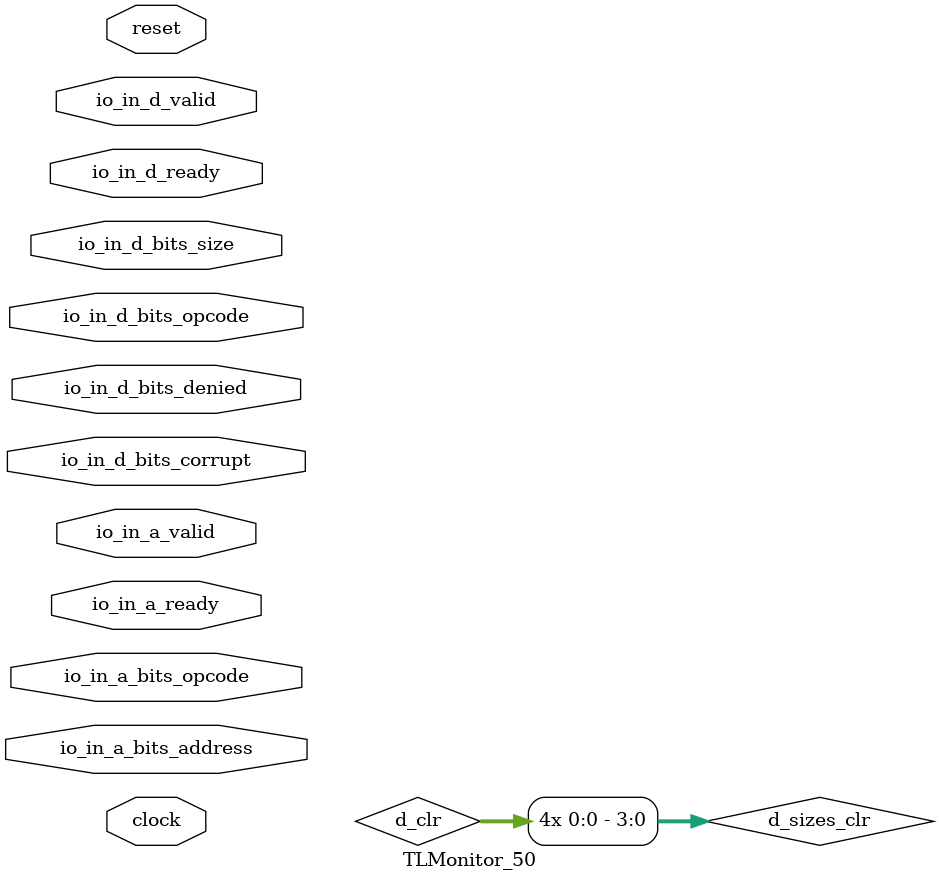
<source format=sv>

`ifndef STOP_COND_
  `ifdef STOP_COND
    `define STOP_COND_ (`STOP_COND)
  `else  // STOP_COND
    `define STOP_COND_ 1
  `endif // STOP_COND
`endif // not def STOP_COND_

// Users can define 'ASSERT_VERBOSE_COND' to add an extra gate to assert error printing.
`ifndef ASSERT_VERBOSE_COND_
  `ifdef ASSERT_VERBOSE_COND
    `define ASSERT_VERBOSE_COND_ (`ASSERT_VERBOSE_COND)
  `else  // ASSERT_VERBOSE_COND
    `define ASSERT_VERBOSE_COND_ 1
  `endif // ASSERT_VERBOSE_COND
`endif // not def ASSERT_VERBOSE_COND_

// Include register initializers in init blocks unless synthesis is set
`ifndef RANDOMIZE
  `ifdef RANDOMIZE_REG_INIT
    `define RANDOMIZE
  `endif // RANDOMIZE_REG_INIT
`endif // not def RANDOMIZE
`ifndef SYNTHESIS
  `ifndef ENABLE_INITIAL_REG_
    `define ENABLE_INITIAL_REG_
  `endif // not def ENABLE_INITIAL_REG_
`endif // not def SYNTHESIS

// Standard header to adapt well known macros for register randomization.

// RANDOM may be set to an expression that produces a 32-bit random unsigned value.
`ifndef RANDOM
  `define RANDOM $random
`endif // not def RANDOM

// Users can define INIT_RANDOM as general code that gets injected into the
// initializer block for modules with registers.
`ifndef INIT_RANDOM
  `define INIT_RANDOM
`endif // not def INIT_RANDOM

// If using random initialization, you can also define RANDOMIZE_DELAY to
// customize the delay used, otherwise 0.002 is used.
`ifndef RANDOMIZE_DELAY
  `define RANDOMIZE_DELAY 0.002
`endif // not def RANDOMIZE_DELAY

// Define INIT_RANDOM_PROLOG_ for use in our modules below.
`ifndef INIT_RANDOM_PROLOG_
  `ifdef RANDOMIZE
    `ifdef VERILATOR
      `define INIT_RANDOM_PROLOG_ `INIT_RANDOM
    `else  // VERILATOR
      `define INIT_RANDOM_PROLOG_ `INIT_RANDOM #`RANDOMIZE_DELAY begin end
    `endif // VERILATOR
  `else  // RANDOMIZE
    `define INIT_RANDOM_PROLOG_
  `endif // RANDOMIZE
`endif // not def INIT_RANDOM_PROLOG_
module TLMonitor_50(	// @[generators/rocket-chip/src/main/scala/tilelink/Monitor.scala:36:7]
  input         clock,	// @[generators/rocket-chip/src/main/scala/tilelink/Monitor.scala:36:7]
  input         reset,	// @[generators/rocket-chip/src/main/scala/tilelink/Monitor.scala:36:7]
  input         io_in_a_ready,	// @[generators/rocket-chip/src/main/scala/tilelink/Monitor.scala:20:14]
  input         io_in_a_valid,	// @[generators/rocket-chip/src/main/scala/tilelink/Monitor.scala:20:14]
  input [2:0]   io_in_a_bits_opcode,	// @[generators/rocket-chip/src/main/scala/tilelink/Monitor.scala:20:14]
  input [127:0] io_in_a_bits_address,	// @[generators/rocket-chip/src/main/scala/tilelink/Monitor.scala:20:14]
  input         io_in_d_ready,	// @[generators/rocket-chip/src/main/scala/tilelink/Monitor.scala:20:14]
  input         io_in_d_valid,	// @[generators/rocket-chip/src/main/scala/tilelink/Monitor.scala:20:14]
  input [2:0]   io_in_d_bits_opcode,	// @[generators/rocket-chip/src/main/scala/tilelink/Monitor.scala:20:14]
  input [1:0]   io_in_d_bits_size,	// @[generators/rocket-chip/src/main/scala/tilelink/Monitor.scala:20:14]
  input         io_in_d_bits_denied,	// @[generators/rocket-chip/src/main/scala/tilelink/Monitor.scala:20:14]
  input         io_in_d_bits_corrupt	// @[generators/rocket-chip/src/main/scala/tilelink/Monitor.scala:20:14]
);

  wire [31:0]  _plusarg_reader_1_out;	// @[generators/rocket-chip/src/main/scala/util/PlusArg.scala:80:11]
  wire [31:0]  _plusarg_reader_out;	// @[generators/rocket-chip/src/main/scala/util/PlusArg.scala:80:11]
  wire         a_first_done = io_in_a_ready & io_in_a_valid;	// @[src/main/scala/chisel3/util/Decoupled.scala:51:35]
  reg          a_first_counter;	// @[generators/rocket-chip/src/main/scala/tilelink/Edges.scala:229:27]
  reg  [2:0]   opcode;	// @[generators/rocket-chip/src/main/scala/tilelink/Monitor.scala:387:22]
  reg  [127:0] address;	// @[generators/rocket-chip/src/main/scala/tilelink/Monitor.scala:391:22]
  reg          d_first_counter;	// @[generators/rocket-chip/src/main/scala/tilelink/Edges.scala:229:27]
  reg  [2:0]   opcode_1;	// @[generators/rocket-chip/src/main/scala/tilelink/Monitor.scala:538:22]
  reg  [1:0]   size_1;	// @[generators/rocket-chip/src/main/scala/tilelink/Monitor.scala:540:22]
  reg          denied;	// @[generators/rocket-chip/src/main/scala/tilelink/Monitor.scala:543:22]
  reg  [1:0]   inflight;	// @[generators/rocket-chip/src/main/scala/tilelink/Monitor.scala:614:27]
  reg  [3:0]   inflight_opcodes;	// @[generators/rocket-chip/src/main/scala/tilelink/Monitor.scala:616:35]
  reg  [3:0]   inflight_sizes;	// @[generators/rocket-chip/src/main/scala/tilelink/Monitor.scala:618:33]
  reg          a_first_counter_1;	// @[generators/rocket-chip/src/main/scala/tilelink/Edges.scala:229:27]
  reg          d_first_counter_1;	// @[generators/rocket-chip/src/main/scala/tilelink/Edges.scala:229:27]
  wire         a_set = a_first_done & ~a_first_counter_1;	// @[generators/rocket-chip/src/main/scala/tilelink/Edges.scala:229:27, :231:25, generators/rocket-chip/src/main/scala/tilelink/Monitor.scala:655:25, src/main/scala/chisel3/util/Decoupled.scala:51:35]
  wire         d_release_ack = io_in_d_bits_opcode == 3'h6;	// @[generators/rocket-chip/src/main/scala/tilelink/Monitor.scala:36:7, :673:46]
  wire         _GEN = io_in_d_bits_opcode != 3'h6;	// @[generators/rocket-chip/src/main/scala/tilelink/Monitor.scala:36:7, :673:46, :674:74]
  reg  [31:0]  watchdog;	// @[generators/rocket-chip/src/main/scala/tilelink/Monitor.scala:709:27]
  reg  [1:0]   inflight_1;	// @[generators/rocket-chip/src/main/scala/tilelink/Monitor.scala:726:35]
  reg  [3:0]   inflight_sizes_1;	// @[generators/rocket-chip/src/main/scala/tilelink/Monitor.scala:728:35]
  reg          d_first_counter_2;	// @[generators/rocket-chip/src/main/scala/tilelink/Edges.scala:229:27]
  reg  [31:0]  watchdog_1;	// @[generators/rocket-chip/src/main/scala/tilelink/Monitor.scala:818:27]
  `ifndef SYNTHESIS	// @[generators/rocket-chip/src/main/scala/tilelink/Monitor.scala:45:11]
    wire [7:0][2:0] _GEN_0 = '{3'h4, 3'h5, 3'h2, 3'h1, 3'h1, 3'h1, 3'h0, 3'h0};
    wire [7:0][2:0] _GEN_1 = '{3'h4, 3'h4, 3'h2, 3'h1, 3'h1, 3'h1, 3'h0, 3'h0};
    wire            _GEN_2 = io_in_a_valid & io_in_a_bits_opcode == 3'h6 & ~reset;	// @[generators/rocket-chip/src/main/scala/tilelink/Monitor.scala:36:7, :45:11, :84:{25,54}]
    wire            _GEN_3 = io_in_a_valid & (&io_in_a_bits_opcode) & ~reset;	// @[generators/rocket-chip/src/main/scala/tilelink/Monitor.scala:45:11, :95:{25,53}]
    wire            _GEN_4 = io_in_a_valid & io_in_a_bits_opcode == 3'h1 & ~reset;	// @[generators/rocket-chip/src/main/scala/tilelink/Monitor.scala:36:7, :45:11, :125:{25,56}]
    wire            _GEN_5 = io_in_a_valid & io_in_a_bits_opcode == 3'h2 & ~reset;	// @[generators/rocket-chip/src/main/scala/tilelink/Monitor.scala:36:7, :45:11, :133:{25,56}]
    wire            _GEN_6 = io_in_a_valid & io_in_a_bits_opcode == 3'h3 & ~reset;	// @[generators/rocket-chip/src/main/scala/tilelink/Monitor.scala:36:7, :45:11, :141:{25,53}]
    wire            _GEN_7 = io_in_a_valid & io_in_a_bits_opcode == 3'h5 & ~reset;	// @[generators/rocket-chip/src/main/scala/tilelink/Monitor.scala:36:7, :45:11, :149:{25,46}]
    wire            _GEN_8 = io_in_d_valid & io_in_d_bits_opcode == 3'h6 & ~reset;	// @[generators/rocket-chip/src/main/scala/tilelink/Monitor.scala:36:7, :45:11, :52:11, :313:{25,52}]
    wire            _GEN_9 = io_in_d_valid & io_in_d_bits_opcode == 3'h4 & ~reset;	// @[generators/rocket-chip/src/main/scala/tilelink/Monitor.scala:36:7, :45:11, :52:11, :321:{25,47}]
    wire            _GEN_10 = io_in_d_valid & io_in_d_bits_opcode == 3'h5 & ~reset;	// @[generators/rocket-chip/src/main/scala/tilelink/Monitor.scala:36:7, :45:11, :52:11, :331:{25,51}]
    wire            _GEN_11 = ~io_in_d_bits_denied | io_in_d_bits_corrupt;	// @[generators/rocket-chip/src/main/scala/tilelink/Monitor.scala:337:{15,30}]
    wire            _GEN_12 = io_in_a_valid & a_first_counter & ~reset;	// @[generators/rocket-chip/src/main/scala/tilelink/Edges.scala:229:27, generators/rocket-chip/src/main/scala/tilelink/Monitor.scala:45:11, :392:19]
    wire            _GEN_13 = io_in_d_valid & d_first_counter & ~reset;	// @[generators/rocket-chip/src/main/scala/tilelink/Edges.scala:229:27, generators/rocket-chip/src/main/scala/tilelink/Monitor.scala:45:11, :52:11, :544:19]
    wire            _same_cycle_resp_T_1 = io_in_a_valid & ~a_first_counter_1;	// @[generators/rocket-chip/src/main/scala/tilelink/Edges.scala:229:27, :231:25, generators/rocket-chip/src/main/scala/tilelink/Monitor.scala:651:26]
    wire            _GEN_14 = io_in_d_valid & ~d_first_counter_1;	// @[generators/rocket-chip/src/main/scala/tilelink/Edges.scala:229:27, :231:25, generators/rocket-chip/src/main/scala/tilelink/Monitor.scala:674:26]
    wire            _GEN_15 = _GEN_14 & _GEN;	// @[generators/rocket-chip/src/main/scala/tilelink/Monitor.scala:673:46, :674:{26,74}, :683:71]
    wire            _GEN_16 = _GEN_15 & _same_cycle_resp_T_1 & ~reset;	// @[generators/rocket-chip/src/main/scala/tilelink/Monitor.scala:45:11, :52:11, :651:26, :683:71, :687:30]
    wire            _GEN_17 = _GEN_15 & ~_same_cycle_resp_T_1 & ~reset;	// @[generators/rocket-chip/src/main/scala/tilelink/Monitor.scala:45:11, :52:11, :651:26, :683:71, :687:30]
    wire [3:0]      _GEN_18 = {2'h0, io_in_d_bits_size};	// @[generators/rocket-chip/src/main/scala/tilelink/Monitor.scala:52:11, :694:36]
    wire            _GEN_19 = io_in_d_valid & ~d_first_counter_2 & d_release_ack & ~reset;	// @[generators/rocket-chip/src/main/scala/tilelink/Edges.scala:229:27, :231:25, generators/rocket-chip/src/main/scala/tilelink/Monitor.scala:45:11, :52:11, :673:46, :784:26, :794:71]
    always @(posedge clock) begin	// @[generators/rocket-chip/src/main/scala/tilelink/Monitor.scala:45:11]
      if (_GEN_2) begin	// @[generators/rocket-chip/src/main/scala/tilelink/Monitor.scala:45:11, :84:54]
        if (`ASSERT_VERBOSE_COND_)	// @[generators/rocket-chip/src/main/scala/tilelink/Monitor.scala:45:11]
          $error("Assertion failed: 'A' channel carries AcquireBlock type which is unexpected using diplomatic parameters (connected at generators/rocket-chip/src/main/scala/devices/tilelink/BusBypass.scala:33:14)\n    at Monitor.scala:45 assert(cond, message)\n");	// @[generators/rocket-chip/src/main/scala/tilelink/Monitor.scala:45:11]
        if (`STOP_COND_)	// @[generators/rocket-chip/src/main/scala/tilelink/Monitor.scala:45:11]
          $fatal;	// @[generators/rocket-chip/src/main/scala/tilelink/Monitor.scala:45:11]
        if (`ASSERT_VERBOSE_COND_)	// @[generators/rocket-chip/src/main/scala/tilelink/Monitor.scala:45:11]
          $error("Assertion failed: 'A' channel carries AcquireBlock from a client which does not support Probe (connected at generators/rocket-chip/src/main/scala/devices/tilelink/BusBypass.scala:33:14)\n    at Monitor.scala:45 assert(cond, message)\n");	// @[generators/rocket-chip/src/main/scala/tilelink/Monitor.scala:45:11]
        if (`STOP_COND_)	// @[generators/rocket-chip/src/main/scala/tilelink/Monitor.scala:45:11]
          $fatal;	// @[generators/rocket-chip/src/main/scala/tilelink/Monitor.scala:45:11]
      end
      if (_GEN_2 & (|(io_in_a_bits_address[1:0]))) begin	// @[generators/rocket-chip/src/main/scala/tilelink/Edges.scala:21:{16,24}, generators/rocket-chip/src/main/scala/tilelink/Monitor.scala:45:11, :84:54]
        if (`ASSERT_VERBOSE_COND_)	// @[generators/rocket-chip/src/main/scala/tilelink/Monitor.scala:45:11]
          $error("Assertion failed: 'A' channel AcquireBlock address not aligned to size (connected at generators/rocket-chip/src/main/scala/devices/tilelink/BusBypass.scala:33:14)\n    at Monitor.scala:45 assert(cond, message)\n");	// @[generators/rocket-chip/src/main/scala/tilelink/Monitor.scala:45:11]
        if (`STOP_COND_)	// @[generators/rocket-chip/src/main/scala/tilelink/Monitor.scala:45:11]
          $fatal;	// @[generators/rocket-chip/src/main/scala/tilelink/Monitor.scala:45:11]
      end
      if (_GEN_3) begin	// @[generators/rocket-chip/src/main/scala/tilelink/Monitor.scala:45:11, :95:53]
        if (`ASSERT_VERBOSE_COND_)	// @[generators/rocket-chip/src/main/scala/tilelink/Monitor.scala:45:11]
          $error("Assertion failed: 'A' channel carries AcquirePerm type which is unexpected using diplomatic parameters (connected at generators/rocket-chip/src/main/scala/devices/tilelink/BusBypass.scala:33:14)\n    at Monitor.scala:45 assert(cond, message)\n");	// @[generators/rocket-chip/src/main/scala/tilelink/Monitor.scala:45:11]
        if (`STOP_COND_)	// @[generators/rocket-chip/src/main/scala/tilelink/Monitor.scala:45:11]
          $fatal;	// @[generators/rocket-chip/src/main/scala/tilelink/Monitor.scala:45:11]
        if (`ASSERT_VERBOSE_COND_)	// @[generators/rocket-chip/src/main/scala/tilelink/Monitor.scala:45:11]
          $error("Assertion failed: 'A' channel carries AcquirePerm from a client which does not support Probe (connected at generators/rocket-chip/src/main/scala/devices/tilelink/BusBypass.scala:33:14)\n    at Monitor.scala:45 assert(cond, message)\n");	// @[generators/rocket-chip/src/main/scala/tilelink/Monitor.scala:45:11]
        if (`STOP_COND_)	// @[generators/rocket-chip/src/main/scala/tilelink/Monitor.scala:45:11]
          $fatal;	// @[generators/rocket-chip/src/main/scala/tilelink/Monitor.scala:45:11]
      end
      if (_GEN_3 & (|(io_in_a_bits_address[1:0]))) begin	// @[generators/rocket-chip/src/main/scala/tilelink/Edges.scala:21:{16,24}, generators/rocket-chip/src/main/scala/tilelink/Monitor.scala:45:11, :95:53]
        if (`ASSERT_VERBOSE_COND_)	// @[generators/rocket-chip/src/main/scala/tilelink/Monitor.scala:45:11]
          $error("Assertion failed: 'A' channel AcquirePerm address not aligned to size (connected at generators/rocket-chip/src/main/scala/devices/tilelink/BusBypass.scala:33:14)\n    at Monitor.scala:45 assert(cond, message)\n");	// @[generators/rocket-chip/src/main/scala/tilelink/Monitor.scala:45:11]
        if (`STOP_COND_)	// @[generators/rocket-chip/src/main/scala/tilelink/Monitor.scala:45:11]
          $fatal;	// @[generators/rocket-chip/src/main/scala/tilelink/Monitor.scala:45:11]
      end
      if (_GEN_3) begin	// @[generators/rocket-chip/src/main/scala/tilelink/Monitor.scala:45:11, :95:53]
        if (`ASSERT_VERBOSE_COND_)	// @[generators/rocket-chip/src/main/scala/tilelink/Monitor.scala:45:11]
          $error("Assertion failed: 'A' channel AcquirePerm requests NtoB (connected at generators/rocket-chip/src/main/scala/devices/tilelink/BusBypass.scala:33:14)\n    at Monitor.scala:45 assert(cond, message)\n");	// @[generators/rocket-chip/src/main/scala/tilelink/Monitor.scala:45:11]
        if (`STOP_COND_)	// @[generators/rocket-chip/src/main/scala/tilelink/Monitor.scala:45:11]
          $fatal;	// @[generators/rocket-chip/src/main/scala/tilelink/Monitor.scala:45:11]
      end
      if (io_in_a_valid & io_in_a_bits_opcode == 3'h4 & ~reset & (|(io_in_a_bits_address[1:0]))) begin	// @[generators/rocket-chip/src/main/scala/tilelink/Edges.scala:21:{16,24}, generators/rocket-chip/src/main/scala/tilelink/Monitor.scala:36:7, :45:11, :107:{25,45}]
        if (`ASSERT_VERBOSE_COND_)	// @[generators/rocket-chip/src/main/scala/tilelink/Monitor.scala:45:11]
          $error("Assertion failed: 'A' channel Get address not aligned to size (connected at generators/rocket-chip/src/main/scala/devices/tilelink/BusBypass.scala:33:14)\n    at Monitor.scala:45 assert(cond, message)\n");	// @[generators/rocket-chip/src/main/scala/tilelink/Monitor.scala:45:11]
        if (`STOP_COND_)	// @[generators/rocket-chip/src/main/scala/tilelink/Monitor.scala:45:11]
          $fatal;	// @[generators/rocket-chip/src/main/scala/tilelink/Monitor.scala:45:11]
      end
      if (io_in_a_valid & io_in_a_bits_opcode == 3'h0 & ~reset & (|(io_in_a_bits_address[1:0]))) begin	// @[generators/rocket-chip/src/main/scala/tilelink/Edges.scala:21:{16,24}, generators/rocket-chip/src/main/scala/tilelink/Monitor.scala:36:7, :45:11, :117:{25,53}]
        if (`ASSERT_VERBOSE_COND_)	// @[generators/rocket-chip/src/main/scala/tilelink/Monitor.scala:45:11]
          $error("Assertion failed: 'A' channel PutFull address not aligned to size (connected at generators/rocket-chip/src/main/scala/devices/tilelink/BusBypass.scala:33:14)\n    at Monitor.scala:45 assert(cond, message)\n");	// @[generators/rocket-chip/src/main/scala/tilelink/Monitor.scala:45:11]
        if (`STOP_COND_)	// @[generators/rocket-chip/src/main/scala/tilelink/Monitor.scala:45:11]
          $fatal;	// @[generators/rocket-chip/src/main/scala/tilelink/Monitor.scala:45:11]
      end
      if (_GEN_4) begin	// @[generators/rocket-chip/src/main/scala/tilelink/Monitor.scala:45:11, :125:56]
        if (`ASSERT_VERBOSE_COND_)	// @[generators/rocket-chip/src/main/scala/tilelink/Monitor.scala:45:11]
          $error("Assertion failed: 'A' channel carries PutPartial type which is unexpected using diplomatic parameters (connected at generators/rocket-chip/src/main/scala/devices/tilelink/BusBypass.scala:33:14)\n    at Monitor.scala:45 assert(cond, message)\n");	// @[generators/rocket-chip/src/main/scala/tilelink/Monitor.scala:45:11]
        if (`STOP_COND_)	// @[generators/rocket-chip/src/main/scala/tilelink/Monitor.scala:45:11]
          $fatal;	// @[generators/rocket-chip/src/main/scala/tilelink/Monitor.scala:45:11]
      end
      if (_GEN_4 & (|(io_in_a_bits_address[1:0]))) begin	// @[generators/rocket-chip/src/main/scala/tilelink/Edges.scala:21:{16,24}, generators/rocket-chip/src/main/scala/tilelink/Monitor.scala:45:11, :125:56]
        if (`ASSERT_VERBOSE_COND_)	// @[generators/rocket-chip/src/main/scala/tilelink/Monitor.scala:45:11]
          $error("Assertion failed: 'A' channel PutPartial address not aligned to size (connected at generators/rocket-chip/src/main/scala/devices/tilelink/BusBypass.scala:33:14)\n    at Monitor.scala:45 assert(cond, message)\n");	// @[generators/rocket-chip/src/main/scala/tilelink/Monitor.scala:45:11]
        if (`STOP_COND_)	// @[generators/rocket-chip/src/main/scala/tilelink/Monitor.scala:45:11]
          $fatal;	// @[generators/rocket-chip/src/main/scala/tilelink/Monitor.scala:45:11]
      end
      if (_GEN_5) begin	// @[generators/rocket-chip/src/main/scala/tilelink/Monitor.scala:45:11, :133:56]
        if (`ASSERT_VERBOSE_COND_)	// @[generators/rocket-chip/src/main/scala/tilelink/Monitor.scala:45:11]
          $error("Assertion failed: 'A' channel carries Arithmetic type which is unexpected using diplomatic parameters (connected at generators/rocket-chip/src/main/scala/devices/tilelink/BusBypass.scala:33:14)\n    at Monitor.scala:45 assert(cond, message)\n");	// @[generators/rocket-chip/src/main/scala/tilelink/Monitor.scala:45:11]
        if (`STOP_COND_)	// @[generators/rocket-chip/src/main/scala/tilelink/Monitor.scala:45:11]
          $fatal;	// @[generators/rocket-chip/src/main/scala/tilelink/Monitor.scala:45:11]
      end
      if (_GEN_5 & (|(io_in_a_bits_address[1:0]))) begin	// @[generators/rocket-chip/src/main/scala/tilelink/Edges.scala:21:{16,24}, generators/rocket-chip/src/main/scala/tilelink/Monitor.scala:45:11, :133:56]
        if (`ASSERT_VERBOSE_COND_)	// @[generators/rocket-chip/src/main/scala/tilelink/Monitor.scala:45:11]
          $error("Assertion failed: 'A' channel Arithmetic address not aligned to size (connected at generators/rocket-chip/src/main/scala/devices/tilelink/BusBypass.scala:33:14)\n    at Monitor.scala:45 assert(cond, message)\n");	// @[generators/rocket-chip/src/main/scala/tilelink/Monitor.scala:45:11]
        if (`STOP_COND_)	// @[generators/rocket-chip/src/main/scala/tilelink/Monitor.scala:45:11]
          $fatal;	// @[generators/rocket-chip/src/main/scala/tilelink/Monitor.scala:45:11]
      end
      if (_GEN_6) begin	// @[generators/rocket-chip/src/main/scala/tilelink/Monitor.scala:45:11, :141:53]
        if (`ASSERT_VERBOSE_COND_)	// @[generators/rocket-chip/src/main/scala/tilelink/Monitor.scala:45:11]
          $error("Assertion failed: 'A' channel carries Logical type which is unexpected using diplomatic parameters (connected at generators/rocket-chip/src/main/scala/devices/tilelink/BusBypass.scala:33:14)\n    at Monitor.scala:45 assert(cond, message)\n");	// @[generators/rocket-chip/src/main/scala/tilelink/Monitor.scala:45:11]
        if (`STOP_COND_)	// @[generators/rocket-chip/src/main/scala/tilelink/Monitor.scala:45:11]
          $fatal;	// @[generators/rocket-chip/src/main/scala/tilelink/Monitor.scala:45:11]
      end
      if (_GEN_6 & (|(io_in_a_bits_address[1:0]))) begin	// @[generators/rocket-chip/src/main/scala/tilelink/Edges.scala:21:{16,24}, generators/rocket-chip/src/main/scala/tilelink/Monitor.scala:45:11, :141:53]
        if (`ASSERT_VERBOSE_COND_)	// @[generators/rocket-chip/src/main/scala/tilelink/Monitor.scala:45:11]
          $error("Assertion failed: 'A' channel Logical address not aligned to size (connected at generators/rocket-chip/src/main/scala/devices/tilelink/BusBypass.scala:33:14)\n    at Monitor.scala:45 assert(cond, message)\n");	// @[generators/rocket-chip/src/main/scala/tilelink/Monitor.scala:45:11]
        if (`STOP_COND_)	// @[generators/rocket-chip/src/main/scala/tilelink/Monitor.scala:45:11]
          $fatal;	// @[generators/rocket-chip/src/main/scala/tilelink/Monitor.scala:45:11]
      end
      if (_GEN_7) begin	// @[generators/rocket-chip/src/main/scala/tilelink/Monitor.scala:45:11, :149:46]
        if (`ASSERT_VERBOSE_COND_)	// @[generators/rocket-chip/src/main/scala/tilelink/Monitor.scala:45:11]
          $error("Assertion failed: 'A' channel carries Hint type which is unexpected using diplomatic parameters (connected at generators/rocket-chip/src/main/scala/devices/tilelink/BusBypass.scala:33:14)\n    at Monitor.scala:45 assert(cond, message)\n");	// @[generators/rocket-chip/src/main/scala/tilelink/Monitor.scala:45:11]
        if (`STOP_COND_)	// @[generators/rocket-chip/src/main/scala/tilelink/Monitor.scala:45:11]
          $fatal;	// @[generators/rocket-chip/src/main/scala/tilelink/Monitor.scala:45:11]
      end
      if (_GEN_7 & (|(io_in_a_bits_address[1:0]))) begin	// @[generators/rocket-chip/src/main/scala/tilelink/Edges.scala:21:{16,24}, generators/rocket-chip/src/main/scala/tilelink/Monitor.scala:45:11, :149:46]
        if (`ASSERT_VERBOSE_COND_)	// @[generators/rocket-chip/src/main/scala/tilelink/Monitor.scala:45:11]
          $error("Assertion failed: 'A' channel Hint address not aligned to size (connected at generators/rocket-chip/src/main/scala/devices/tilelink/BusBypass.scala:33:14)\n    at Monitor.scala:45 assert(cond, message)\n");	// @[generators/rocket-chip/src/main/scala/tilelink/Monitor.scala:45:11]
        if (`STOP_COND_)	// @[generators/rocket-chip/src/main/scala/tilelink/Monitor.scala:45:11]
          $fatal;	// @[generators/rocket-chip/src/main/scala/tilelink/Monitor.scala:45:11]
      end
      if (io_in_d_valid & ~reset & (&io_in_d_bits_opcode)) begin	// @[generators/rocket-chip/src/main/scala/tilelink/Bundles.scala:45:24, generators/rocket-chip/src/main/scala/tilelink/Monitor.scala:45:11, :52:11]
        if (`ASSERT_VERBOSE_COND_)	// @[generators/rocket-chip/src/main/scala/tilelink/Monitor.scala:52:11]
          $error("Assertion failed: 'D' channel has invalid opcode (connected at generators/rocket-chip/src/main/scala/devices/tilelink/BusBypass.scala:33:14)\n    at Monitor.scala:52 assert(cond, message)\n");	// @[generators/rocket-chip/src/main/scala/tilelink/Monitor.scala:52:11]
        if (`STOP_COND_)	// @[generators/rocket-chip/src/main/scala/tilelink/Monitor.scala:52:11]
          $fatal;	// @[generators/rocket-chip/src/main/scala/tilelink/Monitor.scala:52:11]
      end
      if (_GEN_8 & ~(io_in_d_bits_size[1])) begin	// @[generators/rocket-chip/src/main/scala/tilelink/Monitor.scala:52:11, :313:52, :315:27]
        if (`ASSERT_VERBOSE_COND_)	// @[generators/rocket-chip/src/main/scala/tilelink/Monitor.scala:52:11]
          $error("Assertion failed: 'D' channel ReleaseAck smaller than a beat (connected at generators/rocket-chip/src/main/scala/devices/tilelink/BusBypass.scala:33:14)\n    at Monitor.scala:52 assert(cond, message)\n");	// @[generators/rocket-chip/src/main/scala/tilelink/Monitor.scala:52:11]
        if (`STOP_COND_)	// @[generators/rocket-chip/src/main/scala/tilelink/Monitor.scala:52:11]
          $fatal;	// @[generators/rocket-chip/src/main/scala/tilelink/Monitor.scala:52:11]
      end
      if (_GEN_8 & io_in_d_bits_corrupt) begin	// @[generators/rocket-chip/src/main/scala/tilelink/Monitor.scala:52:11, :313:52]
        if (`ASSERT_VERBOSE_COND_)	// @[generators/rocket-chip/src/main/scala/tilelink/Monitor.scala:52:11]
          $error("Assertion failed: 'D' channel ReleaseAck is corrupt (connected at generators/rocket-chip/src/main/scala/devices/tilelink/BusBypass.scala:33:14)\n    at Monitor.scala:52 assert(cond, message)\n");	// @[generators/rocket-chip/src/main/scala/tilelink/Monitor.scala:52:11]
        if (`STOP_COND_)	// @[generators/rocket-chip/src/main/scala/tilelink/Monitor.scala:52:11]
          $fatal;	// @[generators/rocket-chip/src/main/scala/tilelink/Monitor.scala:52:11]
      end
      if (_GEN_8 & io_in_d_bits_denied) begin	// @[generators/rocket-chip/src/main/scala/tilelink/Monitor.scala:52:11, :313:52]
        if (`ASSERT_VERBOSE_COND_)	// @[generators/rocket-chip/src/main/scala/tilelink/Monitor.scala:52:11]
          $error("Assertion failed: 'D' channel ReleaseAck is denied (connected at generators/rocket-chip/src/main/scala/devices/tilelink/BusBypass.scala:33:14)\n    at Monitor.scala:52 assert(cond, message)\n");	// @[generators/rocket-chip/src/main/scala/tilelink/Monitor.scala:52:11]
        if (`STOP_COND_)	// @[generators/rocket-chip/src/main/scala/tilelink/Monitor.scala:52:11]
          $fatal;	// @[generators/rocket-chip/src/main/scala/tilelink/Monitor.scala:52:11]
      end
      if (_GEN_9 & ~(io_in_d_bits_size[1])) begin	// @[generators/rocket-chip/src/main/scala/tilelink/Monitor.scala:52:11, :315:27, :321:47]
        if (`ASSERT_VERBOSE_COND_)	// @[generators/rocket-chip/src/main/scala/tilelink/Monitor.scala:52:11]
          $error("Assertion failed: 'D' channel Grant smaller than a beat (connected at generators/rocket-chip/src/main/scala/devices/tilelink/BusBypass.scala:33:14)\n    at Monitor.scala:52 assert(cond, message)\n");	// @[generators/rocket-chip/src/main/scala/tilelink/Monitor.scala:52:11]
        if (`STOP_COND_)	// @[generators/rocket-chip/src/main/scala/tilelink/Monitor.scala:52:11]
          $fatal;	// @[generators/rocket-chip/src/main/scala/tilelink/Monitor.scala:52:11]
      end
      if (_GEN_9 & io_in_d_bits_corrupt) begin	// @[generators/rocket-chip/src/main/scala/tilelink/Monitor.scala:52:11, :321:47]
        if (`ASSERT_VERBOSE_COND_)	// @[generators/rocket-chip/src/main/scala/tilelink/Monitor.scala:52:11]
          $error("Assertion failed: 'D' channel Grant is corrupt (connected at generators/rocket-chip/src/main/scala/devices/tilelink/BusBypass.scala:33:14)\n    at Monitor.scala:52 assert(cond, message)\n");	// @[generators/rocket-chip/src/main/scala/tilelink/Monitor.scala:52:11]
        if (`STOP_COND_)	// @[generators/rocket-chip/src/main/scala/tilelink/Monitor.scala:52:11]
          $fatal;	// @[generators/rocket-chip/src/main/scala/tilelink/Monitor.scala:52:11]
      end
      if (_GEN_10 & ~(io_in_d_bits_size[1])) begin	// @[generators/rocket-chip/src/main/scala/tilelink/Monitor.scala:52:11, :315:27, :331:51]
        if (`ASSERT_VERBOSE_COND_)	// @[generators/rocket-chip/src/main/scala/tilelink/Monitor.scala:52:11]
          $error("Assertion failed: 'D' channel GrantData smaller than a beat (connected at generators/rocket-chip/src/main/scala/devices/tilelink/BusBypass.scala:33:14)\n    at Monitor.scala:52 assert(cond, message)\n");	// @[generators/rocket-chip/src/main/scala/tilelink/Monitor.scala:52:11]
        if (`STOP_COND_)	// @[generators/rocket-chip/src/main/scala/tilelink/Monitor.scala:52:11]
          $fatal;	// @[generators/rocket-chip/src/main/scala/tilelink/Monitor.scala:52:11]
      end
      if (_GEN_10 & ~_GEN_11) begin	// @[generators/rocket-chip/src/main/scala/tilelink/Monitor.scala:52:11, :331:51, :337:30]
        if (`ASSERT_VERBOSE_COND_)	// @[generators/rocket-chip/src/main/scala/tilelink/Monitor.scala:52:11]
          $error("Assertion failed: 'D' channel GrantData is denied but not corrupt (connected at generators/rocket-chip/src/main/scala/devices/tilelink/BusBypass.scala:33:14)\n    at Monitor.scala:52 assert(cond, message)\n");	// @[generators/rocket-chip/src/main/scala/tilelink/Monitor.scala:52:11]
        if (`STOP_COND_)	// @[generators/rocket-chip/src/main/scala/tilelink/Monitor.scala:52:11]
          $fatal;	// @[generators/rocket-chip/src/main/scala/tilelink/Monitor.scala:52:11]
      end
      if (io_in_d_valid & io_in_d_bits_opcode == 3'h0 & ~reset & io_in_d_bits_corrupt) begin	// @[generators/rocket-chip/src/main/scala/tilelink/Monitor.scala:36:7, :45:11, :52:11, :341:{25,51}]
        if (`ASSERT_VERBOSE_COND_)	// @[generators/rocket-chip/src/main/scala/tilelink/Monitor.scala:52:11]
          $error("Assertion failed: 'D' channel AccessAck is corrupt (connected at generators/rocket-chip/src/main/scala/devices/tilelink/BusBypass.scala:33:14)\n    at Monitor.scala:52 assert(cond, message)\n");	// @[generators/rocket-chip/src/main/scala/tilelink/Monitor.scala:52:11]
        if (`STOP_COND_)	// @[generators/rocket-chip/src/main/scala/tilelink/Monitor.scala:52:11]
          $fatal;	// @[generators/rocket-chip/src/main/scala/tilelink/Monitor.scala:52:11]
      end
      if (io_in_d_valid & io_in_d_bits_opcode == 3'h1 & ~reset & ~_GEN_11) begin	// @[generators/rocket-chip/src/main/scala/tilelink/Monitor.scala:36:7, :45:11, :52:11, :337:30, :349:{25,55}]
        if (`ASSERT_VERBOSE_COND_)	// @[generators/rocket-chip/src/main/scala/tilelink/Monitor.scala:52:11]
          $error("Assertion failed: 'D' channel AccessAckData is denied but not corrupt (connected at generators/rocket-chip/src/main/scala/devices/tilelink/BusBypass.scala:33:14)\n    at Monitor.scala:52 assert(cond, message)\n");	// @[generators/rocket-chip/src/main/scala/tilelink/Monitor.scala:52:11]
        if (`STOP_COND_)	// @[generators/rocket-chip/src/main/scala/tilelink/Monitor.scala:52:11]
          $fatal;	// @[generators/rocket-chip/src/main/scala/tilelink/Monitor.scala:52:11]
      end
      if (io_in_d_valid & io_in_d_bits_opcode == 3'h2 & ~reset & io_in_d_bits_corrupt) begin	// @[generators/rocket-chip/src/main/scala/tilelink/Monitor.scala:36:7, :45:11, :52:11, :357:{25,49}]
        if (`ASSERT_VERBOSE_COND_)	// @[generators/rocket-chip/src/main/scala/tilelink/Monitor.scala:52:11]
          $error("Assertion failed: 'D' channel HintAck is corrupt (connected at generators/rocket-chip/src/main/scala/devices/tilelink/BusBypass.scala:33:14)\n    at Monitor.scala:52 assert(cond, message)\n");	// @[generators/rocket-chip/src/main/scala/tilelink/Monitor.scala:52:11]
        if (`STOP_COND_)	// @[generators/rocket-chip/src/main/scala/tilelink/Monitor.scala:52:11]
          $fatal;	// @[generators/rocket-chip/src/main/scala/tilelink/Monitor.scala:52:11]
      end
      if (_GEN_12 & io_in_a_bits_opcode != opcode) begin	// @[generators/rocket-chip/src/main/scala/tilelink/Monitor.scala:45:11, :387:22, :392:19, :393:32]
        if (`ASSERT_VERBOSE_COND_)	// @[generators/rocket-chip/src/main/scala/tilelink/Monitor.scala:45:11]
          $error("Assertion failed: 'A' channel opcode changed within multibeat operation (connected at generators/rocket-chip/src/main/scala/devices/tilelink/BusBypass.scala:33:14)\n    at Monitor.scala:45 assert(cond, message)\n");	// @[generators/rocket-chip/src/main/scala/tilelink/Monitor.scala:45:11]
        if (`STOP_COND_)	// @[generators/rocket-chip/src/main/scala/tilelink/Monitor.scala:45:11]
          $fatal;	// @[generators/rocket-chip/src/main/scala/tilelink/Monitor.scala:45:11]
      end
      if (_GEN_12 & io_in_a_bits_address != address) begin	// @[generators/rocket-chip/src/main/scala/tilelink/Monitor.scala:45:11, :391:22, :392:19, :397:32]
        if (`ASSERT_VERBOSE_COND_)	// @[generators/rocket-chip/src/main/scala/tilelink/Monitor.scala:45:11]
          $error("Assertion failed: 'A' channel address changed with multibeat operation (connected at generators/rocket-chip/src/main/scala/devices/tilelink/BusBypass.scala:33:14)\n    at Monitor.scala:45 assert(cond, message)\n");	// @[generators/rocket-chip/src/main/scala/tilelink/Monitor.scala:45:11]
        if (`STOP_COND_)	// @[generators/rocket-chip/src/main/scala/tilelink/Monitor.scala:45:11]
          $fatal;	// @[generators/rocket-chip/src/main/scala/tilelink/Monitor.scala:45:11]
      end
      if (_GEN_13 & io_in_d_bits_opcode != opcode_1) begin	// @[generators/rocket-chip/src/main/scala/tilelink/Monitor.scala:52:11, :538:22, :544:19, :545:29]
        if (`ASSERT_VERBOSE_COND_)	// @[generators/rocket-chip/src/main/scala/tilelink/Monitor.scala:52:11]
          $error("Assertion failed: 'D' channel opcode changed within multibeat operation (connected at generators/rocket-chip/src/main/scala/devices/tilelink/BusBypass.scala:33:14)\n    at Monitor.scala:52 assert(cond, message)\n");	// @[generators/rocket-chip/src/main/scala/tilelink/Monitor.scala:52:11]
        if (`STOP_COND_)	// @[generators/rocket-chip/src/main/scala/tilelink/Monitor.scala:52:11]
          $fatal;	// @[generators/rocket-chip/src/main/scala/tilelink/Monitor.scala:52:11]
      end
      if (_GEN_13 & io_in_d_bits_size != size_1) begin	// @[generators/rocket-chip/src/main/scala/tilelink/Monitor.scala:52:11, :540:22, :544:19, :547:29]
        if (`ASSERT_VERBOSE_COND_)	// @[generators/rocket-chip/src/main/scala/tilelink/Monitor.scala:52:11]
          $error("Assertion failed: 'D' channel size changed within multibeat operation (connected at generators/rocket-chip/src/main/scala/devices/tilelink/BusBypass.scala:33:14)\n    at Monitor.scala:52 assert(cond, message)\n");	// @[generators/rocket-chip/src/main/scala/tilelink/Monitor.scala:52:11]
        if (`STOP_COND_)	// @[generators/rocket-chip/src/main/scala/tilelink/Monitor.scala:52:11]
          $fatal;	// @[generators/rocket-chip/src/main/scala/tilelink/Monitor.scala:52:11]
      end
      if (_GEN_13 & io_in_d_bits_denied != denied) begin	// @[generators/rocket-chip/src/main/scala/tilelink/Monitor.scala:52:11, :543:22, :544:19, :550:29]
        if (`ASSERT_VERBOSE_COND_)	// @[generators/rocket-chip/src/main/scala/tilelink/Monitor.scala:52:11]
          $error("Assertion failed: 'D' channel denied changed with multibeat operation (connected at generators/rocket-chip/src/main/scala/devices/tilelink/BusBypass.scala:33:14)\n    at Monitor.scala:52 assert(cond, message)\n");	// @[generators/rocket-chip/src/main/scala/tilelink/Monitor.scala:52:11]
        if (`STOP_COND_)	// @[generators/rocket-chip/src/main/scala/tilelink/Monitor.scala:52:11]
          $fatal;	// @[generators/rocket-chip/src/main/scala/tilelink/Monitor.scala:52:11]
      end
      if (a_set & ~reset & inflight[0]) begin	// @[generators/rocket-chip/src/main/scala/tilelink/Monitor.scala:45:11, :614:27, :655:25, :661:26]
        if (`ASSERT_VERBOSE_COND_)	// @[generators/rocket-chip/src/main/scala/tilelink/Monitor.scala:45:11]
          $error("Assertion failed: 'A' channel re-used a source ID (connected at generators/rocket-chip/src/main/scala/devices/tilelink/BusBypass.scala:33:14)\n    at Monitor.scala:45 assert(cond, message)\n");	// @[generators/rocket-chip/src/main/scala/tilelink/Monitor.scala:45:11]
        if (`STOP_COND_)	// @[generators/rocket-chip/src/main/scala/tilelink/Monitor.scala:45:11]
          $fatal;	// @[generators/rocket-chip/src/main/scala/tilelink/Monitor.scala:45:11]
      end
      if (_GEN_15 & ~reset & ~(inflight[0] | _same_cycle_resp_T_1)) begin	// @[generators/rocket-chip/src/main/scala/tilelink/Monitor.scala:45:11, :52:11, :614:27, :651:26, :661:26, :683:71, :685:49]
        if (`ASSERT_VERBOSE_COND_)	// @[generators/rocket-chip/src/main/scala/tilelink/Monitor.scala:52:11]
          $error("Assertion failed: 'D' channel acknowledged for nothing inflight (connected at generators/rocket-chip/src/main/scala/devices/tilelink/BusBypass.scala:33:14)\n    at Monitor.scala:52 assert(cond, message)\n");	// @[generators/rocket-chip/src/main/scala/tilelink/Monitor.scala:52:11]
        if (`STOP_COND_)	// @[generators/rocket-chip/src/main/scala/tilelink/Monitor.scala:52:11]
          $fatal;	// @[generators/rocket-chip/src/main/scala/tilelink/Monitor.scala:52:11]
      end
      if (_GEN_16 & ~(io_in_d_bits_opcode == _GEN_1[io_in_a_bits_opcode] | io_in_d_bits_opcode == _GEN_0[io_in_a_bits_opcode])) begin	// @[generators/rocket-chip/src/main/scala/tilelink/Monitor.scala:52:11, :687:30, :688:{38,77}, :689:39]
        if (`ASSERT_VERBOSE_COND_)	// @[generators/rocket-chip/src/main/scala/tilelink/Monitor.scala:52:11]
          $error("Assertion failed: 'D' channel contains improper opcode response (connected at generators/rocket-chip/src/main/scala/devices/tilelink/BusBypass.scala:33:14)\n    at Monitor.scala:52 assert(cond, message)\n");	// @[generators/rocket-chip/src/main/scala/tilelink/Monitor.scala:52:11]
        if (`STOP_COND_)	// @[generators/rocket-chip/src/main/scala/tilelink/Monitor.scala:52:11]
          $fatal;	// @[generators/rocket-chip/src/main/scala/tilelink/Monitor.scala:52:11]
      end
      if (_GEN_16 & io_in_d_bits_size != 2'h2) begin	// @[generators/rocket-chip/src/main/scala/tilelink/Monitor.scala:52:11, :687:30, :690:36]
        if (`ASSERT_VERBOSE_COND_)	// @[generators/rocket-chip/src/main/scala/tilelink/Monitor.scala:52:11]
          $error("Assertion failed: 'D' channel contains improper response size (connected at generators/rocket-chip/src/main/scala/devices/tilelink/BusBypass.scala:33:14)\n    at Monitor.scala:52 assert(cond, message)\n");	// @[generators/rocket-chip/src/main/scala/tilelink/Monitor.scala:52:11]
        if (`STOP_COND_)	// @[generators/rocket-chip/src/main/scala/tilelink/Monitor.scala:52:11]
          $fatal;	// @[generators/rocket-chip/src/main/scala/tilelink/Monitor.scala:52:11]
      end
      if (_GEN_17 & ~(io_in_d_bits_opcode == _GEN_1[inflight_opcodes[3:1]] | io_in_d_bits_opcode == _GEN_0[inflight_opcodes[3:1]])) begin	// @[generators/rocket-chip/src/main/scala/tilelink/Monitor.scala:52:11, :616:35, :637:152, :687:30, :692:{38,72}, :693:38]
        if (`ASSERT_VERBOSE_COND_)	// @[generators/rocket-chip/src/main/scala/tilelink/Monitor.scala:52:11]
          $error("Assertion failed: 'D' channel contains improper opcode response (connected at generators/rocket-chip/src/main/scala/devices/tilelink/BusBypass.scala:33:14)\n    at Monitor.scala:52 assert(cond, message)\n");	// @[generators/rocket-chip/src/main/scala/tilelink/Monitor.scala:52:11]
        if (`STOP_COND_)	// @[generators/rocket-chip/src/main/scala/tilelink/Monitor.scala:52:11]
          $fatal;	// @[generators/rocket-chip/src/main/scala/tilelink/Monitor.scala:52:11]
      end
      if (_GEN_17 & _GEN_18 != {1'h0, inflight_sizes[3:1]}) begin	// @[generators/rocket-chip/src/main/scala/tilelink/Monitor.scala:52:11, :618:33, :641:{19,144}, :687:30, :694:36]
        if (`ASSERT_VERBOSE_COND_)	// @[generators/rocket-chip/src/main/scala/tilelink/Monitor.scala:52:11]
          $error("Assertion failed: 'D' channel contains improper response size (connected at generators/rocket-chip/src/main/scala/devices/tilelink/BusBypass.scala:33:14)\n    at Monitor.scala:52 assert(cond, message)\n");	// @[generators/rocket-chip/src/main/scala/tilelink/Monitor.scala:52:11]
        if (`STOP_COND_)	// @[generators/rocket-chip/src/main/scala/tilelink/Monitor.scala:52:11]
          $fatal;	// @[generators/rocket-chip/src/main/scala/tilelink/Monitor.scala:52:11]
      end
      if (_GEN_14 & ~a_first_counter_1 & io_in_a_valid & _GEN & ~reset & ~(~io_in_d_ready | io_in_a_ready)) begin	// @[generators/rocket-chip/src/main/scala/tilelink/Edges.scala:229:27, :231:25, generators/rocket-chip/src/main/scala/tilelink/Monitor.scala:45:11, :52:11, :673:46, :674:{26,74}, :697:{36,47,116}, :698:{15,32}]
        if (`ASSERT_VERBOSE_COND_)	// @[generators/rocket-chip/src/main/scala/tilelink/Monitor.scala:52:11]
          $error("Assertion failed: ready check\n    at Monitor.scala:52 assert(cond, message)\n");	// @[generators/rocket-chip/src/main/scala/tilelink/Monitor.scala:52:11]
        if (`STOP_COND_)	// @[generators/rocket-chip/src/main/scala/tilelink/Monitor.scala:52:11]
          $fatal;	// @[generators/rocket-chip/src/main/scala/tilelink/Monitor.scala:52:11]
      end
      if (~reset & ~(inflight == 2'h0 | _plusarg_reader_out == 32'h0 | watchdog < _plusarg_reader_out)) begin	// @[generators/rocket-chip/src/main/scala/tilelink/Monitor.scala:45:11, :614:27, :709:27, :712:{26,30,39,47,59}, generators/rocket-chip/src/main/scala/util/PlusArg.scala:80:11]
        if (`ASSERT_VERBOSE_COND_)	// @[generators/rocket-chip/src/main/scala/tilelink/Monitor.scala:45:11]
          $error("Assertion failed: TileLink timeout expired (connected at generators/rocket-chip/src/main/scala/devices/tilelink/BusBypass.scala:33:14)\n    at Monitor.scala:45 assert(cond, message)\n");	// @[generators/rocket-chip/src/main/scala/tilelink/Monitor.scala:45:11]
        if (`STOP_COND_)	// @[generators/rocket-chip/src/main/scala/tilelink/Monitor.scala:45:11]
          $fatal;	// @[generators/rocket-chip/src/main/scala/tilelink/Monitor.scala:45:11]
      end
      if (_GEN_19 & ~(inflight_1[0])) begin	// @[generators/rocket-chip/src/main/scala/tilelink/Monitor.scala:52:11, :726:35, :784:26, :794:71, :796:25]
        if (`ASSERT_VERBOSE_COND_)	// @[generators/rocket-chip/src/main/scala/tilelink/Monitor.scala:52:11]
          $error("Assertion failed: 'D' channel acknowledged for nothing inflight (connected at generators/rocket-chip/src/main/scala/devices/tilelink/BusBypass.scala:33:14)\n    at Monitor.scala:52 assert(cond, message)\n");	// @[generators/rocket-chip/src/main/scala/tilelink/Monitor.scala:52:11]
        if (`STOP_COND_)	// @[generators/rocket-chip/src/main/scala/tilelink/Monitor.scala:52:11]
          $fatal;	// @[generators/rocket-chip/src/main/scala/tilelink/Monitor.scala:52:11]
      end
      if (_GEN_19 & _GEN_18 != {1'h0, inflight_sizes_1[3:1]}) begin	// @[generators/rocket-chip/src/main/scala/tilelink/Monitor.scala:52:11, :694:36, :728:35, :750:{21,146}, :784:26, :794:71, :800:36]
        if (`ASSERT_VERBOSE_COND_)	// @[generators/rocket-chip/src/main/scala/tilelink/Monitor.scala:52:11]
          $error("Assertion failed: 'D' channel contains improper response size (connected at generators/rocket-chip/src/main/scala/devices/tilelink/BusBypass.scala:33:14)\n    at Monitor.scala:52 assert(cond, message)\n");	// @[generators/rocket-chip/src/main/scala/tilelink/Monitor.scala:52:11]
        if (`STOP_COND_)	// @[generators/rocket-chip/src/main/scala/tilelink/Monitor.scala:52:11]
          $fatal;	// @[generators/rocket-chip/src/main/scala/tilelink/Monitor.scala:52:11]
      end
      if (~reset & ~(inflight_1 == 2'h0 | _plusarg_reader_1_out == 32'h0 | watchdog_1 < _plusarg_reader_1_out)) begin	// @[generators/rocket-chip/src/main/scala/tilelink/Monitor.scala:45:11, :726:35, :818:27, :821:{26,30,39,47,59}, generators/rocket-chip/src/main/scala/util/PlusArg.scala:80:11]
        if (`ASSERT_VERBOSE_COND_)	// @[generators/rocket-chip/src/main/scala/tilelink/Monitor.scala:45:11]
          $error("Assertion failed: TileLink timeout expired (connected at generators/rocket-chip/src/main/scala/devices/tilelink/BusBypass.scala:33:14)\n    at Monitor.scala:45 assert(cond, message)\n");	// @[generators/rocket-chip/src/main/scala/tilelink/Monitor.scala:45:11]
        if (`STOP_COND_)	// @[generators/rocket-chip/src/main/scala/tilelink/Monitor.scala:45:11]
          $fatal;	// @[generators/rocket-chip/src/main/scala/tilelink/Monitor.scala:45:11]
      end
    end // always @(posedge)
  `endif // not def SYNTHESIS
  wire         d_first_done = io_in_d_ready & io_in_d_valid;	// @[src/main/scala/chisel3/util/Decoupled.scala:51:35]
  wire         d_clr = d_first_done & ~d_first_counter_1 & _GEN;	// @[generators/rocket-chip/src/main/scala/tilelink/Edges.scala:229:27, :231:25, generators/rocket-chip/src/main/scala/tilelink/Monitor.scala:673:46, :674:74, :678:{25,70}, src/main/scala/chisel3/util/Decoupled.scala:51:35]
  wire [3:0]   d_sizes_clr = {4{d_clr}};	// @[generators/rocket-chip/src/main/scala/tilelink/Monitor.scala:668:33, :678:{25,70,89}, :680:21]
  wire         d_clr_1 = d_first_done & ~d_first_counter_2 & d_release_ack;	// @[generators/rocket-chip/src/main/scala/tilelink/Edges.scala:229:27, :231:25, generators/rocket-chip/src/main/scala/tilelink/Monitor.scala:673:46, :788:{25,70}, src/main/scala/chisel3/util/Decoupled.scala:51:35]
  always @(posedge clock) begin	// @[generators/rocket-chip/src/main/scala/tilelink/Monitor.scala:36:7]
    if (reset) begin	// @[generators/rocket-chip/src/main/scala/tilelink/Monitor.scala:36:7]
      a_first_counter <= 1'h0;	// @[generators/rocket-chip/src/main/scala/tilelink/Edges.scala:229:27]
      d_first_counter <= 1'h0;	// @[generators/rocket-chip/src/main/scala/tilelink/Edges.scala:229:27]
      inflight <= 2'h0;	// @[generators/rocket-chip/src/main/scala/tilelink/Monitor.scala:614:27]
      inflight_opcodes <= 4'h0;	// @[generators/rocket-chip/src/main/scala/tilelink/Monitor.scala:36:7, :616:35]
      inflight_sizes <= 4'h0;	// @[generators/rocket-chip/src/main/scala/tilelink/Monitor.scala:36:7, :618:33]
      a_first_counter_1 <= 1'h0;	// @[generators/rocket-chip/src/main/scala/tilelink/Edges.scala:229:27]
      d_first_counter_1 <= 1'h0;	// @[generators/rocket-chip/src/main/scala/tilelink/Edges.scala:229:27]
      watchdog <= 32'h0;	// @[generators/rocket-chip/src/main/scala/tilelink/Monitor.scala:709:27]
      inflight_1 <= 2'h0;	// @[generators/rocket-chip/src/main/scala/tilelink/Monitor.scala:726:35]
      inflight_sizes_1 <= 4'h0;	// @[generators/rocket-chip/src/main/scala/tilelink/Monitor.scala:36:7, :728:35]
      d_first_counter_2 <= 1'h0;	// @[generators/rocket-chip/src/main/scala/tilelink/Edges.scala:229:27]
      watchdog_1 <= 32'h0;	// @[generators/rocket-chip/src/main/scala/tilelink/Monitor.scala:818:27]
    end
    else begin	// @[generators/rocket-chip/src/main/scala/tilelink/Monitor.scala:36:7]
      a_first_counter <= (~a_first_done | a_first_counter - 1'h1) & a_first_counter;	// @[generators/rocket-chip/src/main/scala/tilelink/Edges.scala:229:27, :230:28, :235:17, :236:15, src/main/scala/chisel3/util/Decoupled.scala:51:35]
      d_first_counter <= (~d_first_done | d_first_counter - 1'h1) & d_first_counter;	// @[generators/rocket-chip/src/main/scala/tilelink/Edges.scala:229:27, :230:28, :235:17, :236:15, src/main/scala/chisel3/util/Decoupled.scala:51:35]
      inflight <= {1'h0, (inflight[0] | a_set) & ~d_clr};	// @[generators/rocket-chip/src/main/scala/tilelink/Monitor.scala:614:27, :655:25, :661:26, :678:{25,70}, :705:{27,36,38}]
      inflight_opcodes <= (inflight_opcodes | (a_set ? {io_in_a_bits_opcode, 1'h1} : 4'h0)) & ~d_sizes_clr;	// @[generators/rocket-chip/src/main/scala/tilelink/Monitor.scala:36:7, :616:35, :630:33, :655:{25,70}, :657:61, :659:28, :668:33, :678:89, :680:21, :706:{43,60,62}]
      inflight_sizes <= (inflight_sizes | (a_set ? {1'h0, a_set ? 3'h5 : 3'h0} : 4'h0)) & ~d_sizes_clr;	// @[generators/rocket-chip/src/main/scala/tilelink/Monitor.scala:36:7, :618:33, :632:31, :648:38, :655:{25,70}, :658:28, :660:28, :668:33, :678:89, :680:21, :707:{39,54,56}]
      a_first_counter_1 <= (~a_first_done | a_first_counter_1 - 1'h1) & a_first_counter_1;	// @[generators/rocket-chip/src/main/scala/tilelink/Edges.scala:229:27, :230:28, :235:17, :236:15, src/main/scala/chisel3/util/Decoupled.scala:51:35]
      d_first_counter_1 <= (~d_first_done | d_first_counter_1 - 1'h1) & d_first_counter_1;	// @[generators/rocket-chip/src/main/scala/tilelink/Edges.scala:229:27, :230:28, :235:17, :236:15, src/main/scala/chisel3/util/Decoupled.scala:51:35]
      watchdog <= a_first_done | d_first_done ? 32'h0 : watchdog + 32'h1;	// @[generators/rocket-chip/src/main/scala/tilelink/Monitor.scala:709:27, :714:{14,26}, :715:{25,43,54}, src/main/scala/chisel3/util/Decoupled.scala:51:35]
      inflight_1 <= {1'h0, inflight_1[0] & ~d_clr_1};	// @[generators/rocket-chip/src/main/scala/tilelink/Monitor.scala:726:35, :788:{25,70}, :796:25, :814:{44,46}]
      inflight_sizes_1 <= inflight_sizes_1 & ~{4{d_clr_1}};	// @[generators/rocket-chip/src/main/scala/tilelink/Monitor.scala:728:35, :777:34, :788:{25,70,88}, :791:21, :816:{56,58}]
      d_first_counter_2 <= (~d_first_done | d_first_counter_2 - 1'h1) & d_first_counter_2;	// @[generators/rocket-chip/src/main/scala/tilelink/Edges.scala:229:27, :230:28, :235:17, :236:15, src/main/scala/chisel3/util/Decoupled.scala:51:35]
      watchdog_1 <= d_first_done ? 32'h0 : watchdog_1 + 32'h1;	// @[generators/rocket-chip/src/main/scala/tilelink/Monitor.scala:818:27, :823:{14,26}, :824:{43,54}, src/main/scala/chisel3/util/Decoupled.scala:51:35]
    end
    if (a_first_done & ~a_first_counter) begin	// @[generators/rocket-chip/src/main/scala/tilelink/Edges.scala:229:27, :231:25, generators/rocket-chip/src/main/scala/tilelink/Monitor.scala:399:18, src/main/scala/chisel3/util/Decoupled.scala:51:35]
      opcode <= io_in_a_bits_opcode;	// @[generators/rocket-chip/src/main/scala/tilelink/Monitor.scala:387:22]
      address <= io_in_a_bits_address;	// @[generators/rocket-chip/src/main/scala/tilelink/Monitor.scala:391:22]
    end
    if (d_first_done & ~d_first_counter) begin	// @[generators/rocket-chip/src/main/scala/tilelink/Edges.scala:229:27, :231:25, generators/rocket-chip/src/main/scala/tilelink/Monitor.scala:552:18, src/main/scala/chisel3/util/Decoupled.scala:51:35]
      opcode_1 <= io_in_d_bits_opcode;	// @[generators/rocket-chip/src/main/scala/tilelink/Monitor.scala:538:22]
      size_1 <= io_in_d_bits_size;	// @[generators/rocket-chip/src/main/scala/tilelink/Monitor.scala:540:22]
      denied <= io_in_d_bits_denied;	// @[generators/rocket-chip/src/main/scala/tilelink/Monitor.scala:543:22]
    end
  end // always @(posedge)
  `ifdef ENABLE_INITIAL_REG_	// @[generators/rocket-chip/src/main/scala/tilelink/Monitor.scala:36:7]
    `ifdef FIRRTL_BEFORE_INITIAL	// @[generators/rocket-chip/src/main/scala/tilelink/Monitor.scala:36:7]
      `FIRRTL_BEFORE_INITIAL	// @[generators/rocket-chip/src/main/scala/tilelink/Monitor.scala:36:7]
    `endif // FIRRTL_BEFORE_INITIAL
    logic [31:0] _RANDOM[0:7];	// @[generators/rocket-chip/src/main/scala/tilelink/Monitor.scala:36:7]
    initial begin	// @[generators/rocket-chip/src/main/scala/tilelink/Monitor.scala:36:7]
      `ifdef INIT_RANDOM_PROLOG_	// @[generators/rocket-chip/src/main/scala/tilelink/Monitor.scala:36:7]
        `INIT_RANDOM_PROLOG_	// @[generators/rocket-chip/src/main/scala/tilelink/Monitor.scala:36:7]
      `endif // INIT_RANDOM_PROLOG_
      `ifdef RANDOMIZE_REG_INIT	// @[generators/rocket-chip/src/main/scala/tilelink/Monitor.scala:36:7]
        for (logic [3:0] i = 4'h0; i < 4'h8; i += 4'h1) begin
          _RANDOM[i[2:0]] = `RANDOM;	// @[generators/rocket-chip/src/main/scala/tilelink/Monitor.scala:36:7]
        end	// @[generators/rocket-chip/src/main/scala/tilelink/Monitor.scala:36:7]
        a_first_counter = _RANDOM[3'h0][0];	// @[generators/rocket-chip/src/main/scala/tilelink/Edges.scala:229:27, generators/rocket-chip/src/main/scala/tilelink/Monitor.scala:36:7]
        opcode = _RANDOM[3'h0][3:1];	// @[generators/rocket-chip/src/main/scala/tilelink/Edges.scala:229:27, generators/rocket-chip/src/main/scala/tilelink/Monitor.scala:36:7, :387:22]
        address = {_RANDOM[3'h0][31:10], _RANDOM[3'h1], _RANDOM[3'h2], _RANDOM[3'h3], _RANDOM[3'h4][9:0]};	// @[generators/rocket-chip/src/main/scala/tilelink/Edges.scala:229:27, generators/rocket-chip/src/main/scala/tilelink/Monitor.scala:36:7, :391:22]
        d_first_counter = _RANDOM[3'h4][10];	// @[generators/rocket-chip/src/main/scala/tilelink/Edges.scala:229:27, generators/rocket-chip/src/main/scala/tilelink/Monitor.scala:36:7, :391:22]
        opcode_1 = _RANDOM[3'h4][13:11];	// @[generators/rocket-chip/src/main/scala/tilelink/Monitor.scala:36:7, :391:22, :538:22]
        size_1 = _RANDOM[3'h4][17:16];	// @[generators/rocket-chip/src/main/scala/tilelink/Monitor.scala:36:7, :391:22, :540:22]
        denied = _RANDOM[3'h4][20];	// @[generators/rocket-chip/src/main/scala/tilelink/Monitor.scala:36:7, :391:22, :543:22]
        inflight = _RANDOM[3'h4][22:21];	// @[generators/rocket-chip/src/main/scala/tilelink/Monitor.scala:36:7, :391:22, :614:27]
        inflight_opcodes = _RANDOM[3'h4][26:23];	// @[generators/rocket-chip/src/main/scala/tilelink/Monitor.scala:36:7, :391:22, :616:35]
        inflight_sizes = _RANDOM[3'h4][30:27];	// @[generators/rocket-chip/src/main/scala/tilelink/Monitor.scala:36:7, :391:22, :618:33]
        a_first_counter_1 = _RANDOM[3'h4][31];	// @[generators/rocket-chip/src/main/scala/tilelink/Edges.scala:229:27, generators/rocket-chip/src/main/scala/tilelink/Monitor.scala:36:7, :391:22]
        d_first_counter_1 = _RANDOM[3'h5][0];	// @[generators/rocket-chip/src/main/scala/tilelink/Edges.scala:229:27, generators/rocket-chip/src/main/scala/tilelink/Monitor.scala:36:7]
        watchdog = {_RANDOM[3'h5][31:1], _RANDOM[3'h6][0]};	// @[generators/rocket-chip/src/main/scala/tilelink/Edges.scala:229:27, generators/rocket-chip/src/main/scala/tilelink/Monitor.scala:36:7, :709:27]
        inflight_1 = _RANDOM[3'h6][2:1];	// @[generators/rocket-chip/src/main/scala/tilelink/Monitor.scala:36:7, :709:27, :726:35]
        inflight_sizes_1 = _RANDOM[3'h6][10:7];	// @[generators/rocket-chip/src/main/scala/tilelink/Monitor.scala:36:7, :709:27, :728:35]
        d_first_counter_2 = _RANDOM[3'h6][12];	// @[generators/rocket-chip/src/main/scala/tilelink/Edges.scala:229:27, generators/rocket-chip/src/main/scala/tilelink/Monitor.scala:36:7, :709:27]
        watchdog_1 = {_RANDOM[3'h6][31:13], _RANDOM[3'h7][12:0]};	// @[generators/rocket-chip/src/main/scala/tilelink/Monitor.scala:36:7, :709:27, :818:27]
      `endif // RANDOMIZE_REG_INIT
    end // initial
    `ifdef FIRRTL_AFTER_INITIAL	// @[generators/rocket-chip/src/main/scala/tilelink/Monitor.scala:36:7]
      `FIRRTL_AFTER_INITIAL	// @[generators/rocket-chip/src/main/scala/tilelink/Monitor.scala:36:7]
    `endif // FIRRTL_AFTER_INITIAL
  `endif // ENABLE_INITIAL_REG_
  plusarg_reader #(
    .DEFAULT(0),
    .FORMAT("tilelink_timeout=%d"),
    .WIDTH(32)
  ) plusarg_reader (	// @[generators/rocket-chip/src/main/scala/util/PlusArg.scala:80:11]
    .out (_plusarg_reader_out)
  );	// @[generators/rocket-chip/src/main/scala/util/PlusArg.scala:80:11]
  plusarg_reader #(
    .DEFAULT(0),
    .FORMAT("tilelink_timeout=%d"),
    .WIDTH(32)
  ) plusarg_reader_1 (	// @[generators/rocket-chip/src/main/scala/util/PlusArg.scala:80:11]
    .out (_plusarg_reader_1_out)
  );	// @[generators/rocket-chip/src/main/scala/util/PlusArg.scala:80:11]
endmodule


</source>
